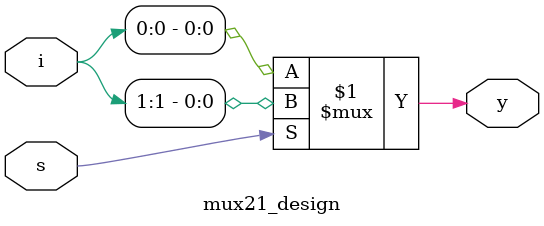
<source format=v>
module mux21_design(i,s,y);
    input [1:0]i;
    input s;
    output y;
    assign y = (s) ? i[1] : i[0];
endmodule
</source>
